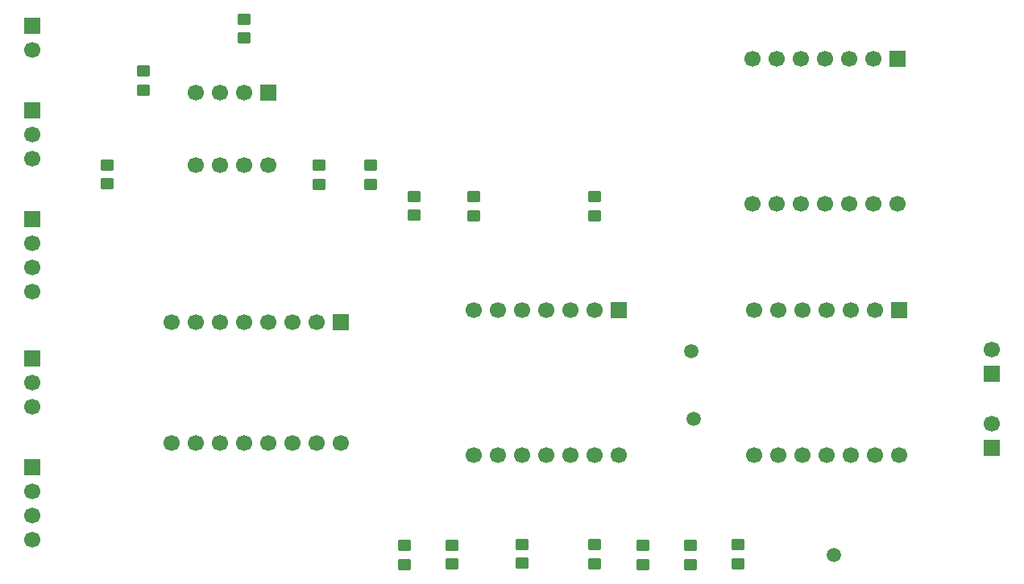
<source format=gbr>
%TF.GenerationSoftware,KiCad,Pcbnew,9.0.3*%
%TF.CreationDate,2025-08-28T11:24:01-04:00*%
%TF.ProjectId,signal_conditioner,7369676e-616c-45f6-936f-6e646974696f,rev?*%
%TF.SameCoordinates,Original*%
%TF.FileFunction,Soldermask,Bot*%
%TF.FilePolarity,Negative*%
%FSLAX46Y46*%
G04 Gerber Fmt 4.6, Leading zero omitted, Abs format (unit mm)*
G04 Created by KiCad (PCBNEW 9.0.3) date 2025-08-28 11:24:01*
%MOMM*%
%LPD*%
G01*
G04 APERTURE LIST*
G04 Aperture macros list*
%AMRoundRect*
0 Rectangle with rounded corners*
0 $1 Rounding radius*
0 $2 $3 $4 $5 $6 $7 $8 $9 X,Y pos of 4 corners*
0 Add a 4 corners polygon primitive as box body*
4,1,4,$2,$3,$4,$5,$6,$7,$8,$9,$2,$3,0*
0 Add four circle primitives for the rounded corners*
1,1,$1+$1,$2,$3*
1,1,$1+$1,$4,$5*
1,1,$1+$1,$6,$7*
1,1,$1+$1,$8,$9*
0 Add four rect primitives between the rounded corners*
20,1,$1+$1,$2,$3,$4,$5,0*
20,1,$1+$1,$4,$5,$6,$7,0*
20,1,$1+$1,$6,$7,$8,$9,0*
20,1,$1+$1,$8,$9,$2,$3,0*%
G04 Aperture macros list end*
%ADD10R,1.700000X1.700000*%
%ADD11C,1.700000*%
%ADD12RoundRect,0.250000X0.450000X-0.350000X0.450000X0.350000X-0.450000X0.350000X-0.450000X-0.350000X0*%
%ADD13C,1.500000*%
%ADD14RoundRect,0.250000X-0.450000X0.350000X-0.450000X-0.350000X0.450000X-0.350000X0.450000X0.350000X0*%
G04 APERTURE END LIST*
D10*
%TO.C,J2*%
X135890000Y-60325000D03*
D11*
X135890000Y-62865000D03*
X135890000Y-65405000D03*
X135890000Y-67945000D03*
%TD*%
D10*
%TO.C,U5*%
X226822000Y-43434000D03*
D11*
X224282000Y-43434000D03*
X221742000Y-43434000D03*
X219202000Y-43434000D03*
X216662000Y-43434000D03*
X214122000Y-43434000D03*
X211582000Y-43434000D03*
X211582000Y-58674000D03*
X214122000Y-58674000D03*
X216662000Y-58674000D03*
X219202000Y-58674000D03*
X221742000Y-58674000D03*
X224282000Y-58674000D03*
X226822000Y-58674000D03*
%TD*%
D10*
%TO.C,U1*%
X168249600Y-71131600D03*
D11*
X165709600Y-71131600D03*
X163169600Y-71131600D03*
X160629600Y-71131600D03*
X158089600Y-71131600D03*
X155549600Y-71131600D03*
X153009600Y-71131600D03*
X150469600Y-71131600D03*
X150469600Y-83831600D03*
X153009600Y-83831600D03*
X155549600Y-83831600D03*
X158089600Y-83831600D03*
X160629600Y-83831600D03*
X163169600Y-83831600D03*
X165709600Y-83831600D03*
X168249600Y-83831600D03*
%TD*%
D10*
%TO.C,J1*%
X135890000Y-86360000D03*
D11*
X135890000Y-88900000D03*
X135890000Y-91440000D03*
X135890000Y-93980000D03*
%TD*%
D10*
%TO.C,U4*%
X226949000Y-69850000D03*
D11*
X224409000Y-69850000D03*
X221869000Y-69850000D03*
X219329000Y-69850000D03*
X216789000Y-69850000D03*
X214249000Y-69850000D03*
X211709000Y-69850000D03*
X211709000Y-85090000D03*
X214249000Y-85090000D03*
X216789000Y-85090000D03*
X219329000Y-85090000D03*
X221869000Y-85090000D03*
X224409000Y-85090000D03*
X226949000Y-85090000D03*
%TD*%
D10*
%TO.C,J4*%
X135890000Y-48895000D03*
D11*
X135890000Y-51435000D03*
X135890000Y-53975000D03*
%TD*%
D10*
%TO.C,J7*%
X236728000Y-76581000D03*
D11*
X236728000Y-74041000D03*
%TD*%
D10*
%TO.C,J6*%
X236728000Y-84328000D03*
D11*
X236728000Y-81788000D03*
%TD*%
D10*
%TO.C,U3*%
X197485000Y-69850000D03*
D11*
X194945000Y-69850000D03*
X192405000Y-69850000D03*
X189865000Y-69850000D03*
X187325000Y-69850000D03*
X184785000Y-69850000D03*
X182245000Y-69850000D03*
X182245000Y-85090000D03*
X184785000Y-85090000D03*
X187325000Y-85090000D03*
X189865000Y-85090000D03*
X192405000Y-85090000D03*
X194945000Y-85090000D03*
X197485000Y-85090000D03*
%TD*%
D10*
%TO.C,J3*%
X135890000Y-74930000D03*
D11*
X135890000Y-77470000D03*
X135890000Y-80010000D03*
%TD*%
D10*
%TO.C,J5*%
X135890000Y-40000000D03*
D11*
X135890000Y-42540000D03*
%TD*%
D10*
%TO.C,U2*%
X160655000Y-46990000D03*
D11*
X158115000Y-46990000D03*
X155575000Y-46990000D03*
X153035000Y-46990000D03*
X153035000Y-54610000D03*
X155575000Y-54610000D03*
X158115000Y-54610000D03*
X160655000Y-54610000D03*
%TD*%
D12*
%TO.C,R2*%
X158100000Y-41300000D03*
X158100000Y-39300000D03*
%TD*%
D13*
%TO.C,TP4*%
X205359000Y-81280000D03*
%TD*%
D14*
%TO.C,R10*%
X195000000Y-57944000D03*
X195000000Y-59944000D03*
%TD*%
D12*
%TO.C,R12*%
X180000000Y-96600000D03*
X180000000Y-94600000D03*
%TD*%
D13*
%TO.C,TP5*%
X205105000Y-74168000D03*
%TD*%
D14*
%TO.C,R11*%
X182245000Y-57944000D03*
X182245000Y-59944000D03*
%TD*%
D13*
%TO.C,TP3*%
X220091000Y-95631000D03*
%TD*%
D12*
%TO.C,R3*%
X165989000Y-56642000D03*
X165989000Y-54642000D03*
%TD*%
D14*
%TO.C,R13*%
X176022000Y-57912000D03*
X176022000Y-59912000D03*
%TD*%
D12*
%TO.C,R4*%
X171450000Y-56642000D03*
X171450000Y-54642000D03*
%TD*%
%TO.C,R14*%
X175000000Y-96615000D03*
X175000000Y-94615000D03*
%TD*%
D14*
%TO.C,R15*%
X187325000Y-94488000D03*
X187325000Y-96488000D03*
%TD*%
D12*
%TO.C,R8*%
X205000000Y-96615000D03*
X205000000Y-94615000D03*
%TD*%
%TO.C,R1*%
X147574000Y-46736000D03*
X147574000Y-44736000D03*
%TD*%
%TO.C,R6*%
X195000000Y-96520000D03*
X195000000Y-94520000D03*
%TD*%
%TO.C,R9*%
X210000000Y-96520000D03*
X210000000Y-94520000D03*
%TD*%
%TO.C,R7*%
X200000000Y-96615000D03*
X200000000Y-94615000D03*
%TD*%
%TO.C,R5*%
X143764000Y-56610000D03*
X143764000Y-54610000D03*
%TD*%
M02*

</source>
